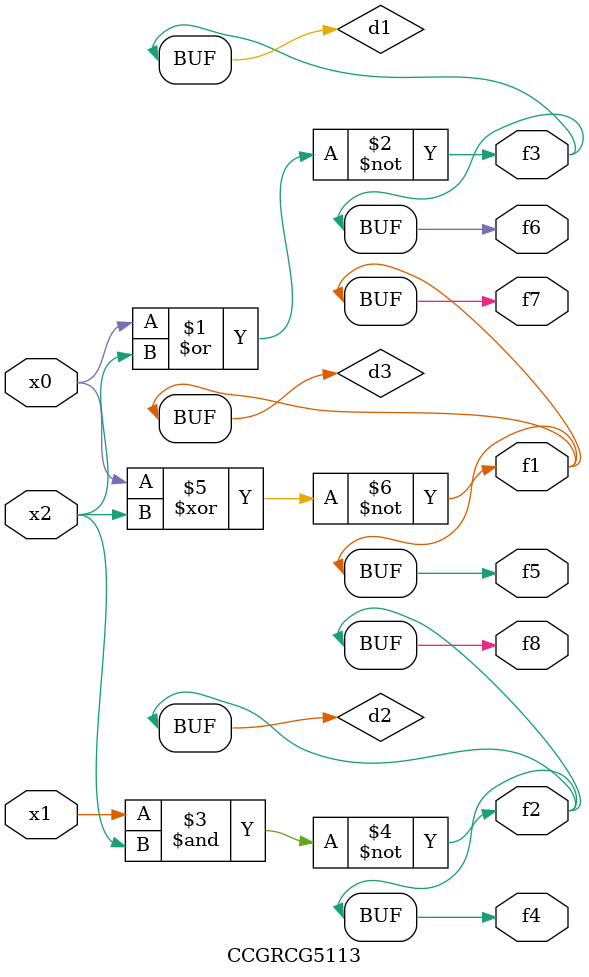
<source format=v>
module CCGRCG5113(
	input x0, x1, x2,
	output f1, f2, f3, f4, f5, f6, f7, f8
);

	wire d1, d2, d3;

	nor (d1, x0, x2);
	nand (d2, x1, x2);
	xnor (d3, x0, x2);
	assign f1 = d3;
	assign f2 = d2;
	assign f3 = d1;
	assign f4 = d2;
	assign f5 = d3;
	assign f6 = d1;
	assign f7 = d3;
	assign f8 = d2;
endmodule

</source>
